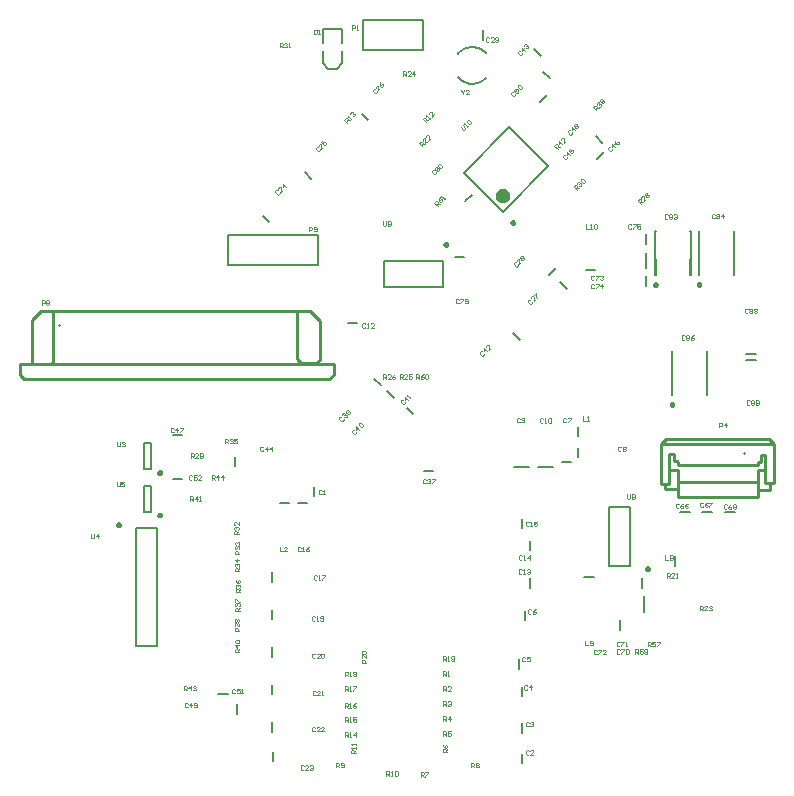
<source format=gto>
%FSDAX23Y23*%
%MOIN*%
%SFA1B1*%

%IPPOS*%
%ADD27C,0.010000*%
%ADD57C,0.007900*%
%ADD58C,0.009800*%
%ADD59C,0.023600*%
%ADD60C,0.003000*%
%LNde-020717-1*%
%LPD*%
G54D27*
X04396Y02439D02*
X04397D01*
X04176Y02292D02*
Y02316D01*
X04177Y02291D02*
X04441D01*
Y02315*
X04131Y02316D02*
Y02330D01*
Y02316D02*
X04176D01*
Y02342*
X04441D02*
X04442Y02343D01*
X04441Y02315D02*
Y02342D01*
Y02315D02*
X04484D01*
Y02330*
X04148Y02381D02*
X04176D01*
Y02342D02*
Y02381D01*
Y02342D02*
X04442D01*
Y02382*
X04461*
X04119Y02467D02*
X04496D01*
X04479Y02484D02*
X04496Y02467D01*
Y02466D02*
Y02467D01*
Y02336D02*
Y02466D01*
X04466Y02336D02*
X04496D01*
X04466D02*
Y02432D01*
X04452D02*
X04466D01*
X04452Y02409D02*
Y02432D01*
X04441Y02409D02*
X04452D01*
X04441Y02399D02*
Y02409D01*
X04440Y02398D02*
X04441Y02399D01*
X04175Y02398D02*
X04440D01*
X04175D02*
Y02408D01*
X04173Y02410D02*
X04175Y02408D01*
X04162Y02410D02*
X04173D01*
X04162D02*
Y02433D01*
X04145D02*
X04162D01*
X04145Y02333D02*
Y02433D01*
X04121Y02333D02*
X04145D01*
X04119Y02335D02*
X04121Y02333D01*
X04119Y02335D02*
Y02467D01*
X04136Y02484*
X04479*
X03028Y02699D02*
Y02735D01*
X03013Y02684D02*
X03028Y02699D01*
X01997Y02684D02*
X03013D01*
X01984Y02697D02*
X01997Y02684D01*
X01984Y02697D02*
Y02735D01*
X03028*
X02907Y02752D02*
Y02911D01*
Y02752D02*
X02920Y02739D01*
X02971*
X02982Y02750*
Y02878*
X02949Y02911D02*
X02982Y02878D01*
X02094Y02743D02*
Y02911D01*
X02086Y02735D02*
X02094Y02743D01*
X02027Y02735D02*
X02086D01*
X02021Y02741D02*
X02027Y02735D01*
X02021Y02741D02*
Y02880D01*
X02052Y02911*
X02949*
X02114Y02863D02*
Y02864D01*
G54D57*
X03443Y03690D02*
D01*
X03446Y03687*
X03449Y03684*
X03452Y03681*
X03456Y03679*
X03459Y03676*
X03463Y03674*
X03467Y03673*
X03471Y03671*
X03475Y03670*
X03479Y03669*
X03484Y03669*
X03488Y03669*
X03492Y03669*
X03496Y03669*
X03501Y03670*
X03505Y03670*
X03509Y03672*
X03513Y03673*
X03517Y03675*
X03520Y03677*
X03524Y03679*
X03527Y03682*
X03531Y03685*
X03534Y03687*
X03535Y03689*
X03535Y03770D02*
D01*
X03532Y03773*
X03529Y03776*
X03526Y03778*
X03522Y03781*
X03518Y03783*
X03515Y03785*
X03511Y03787*
X03507Y03788*
X03503Y03789*
X03498Y03790*
X03494Y03790*
X03490Y03791*
X03486Y03790*
X03481Y03790*
X03477Y03789*
X03473Y03788*
X03469Y03787*
X03465Y03786*
X03461Y03784*
X03457Y03782*
X03454Y03779*
X03451Y03777*
X03447Y03774*
X03444Y03771*
X03443Y03769*
X03869Y03048D02*
X03900D01*
X03864Y02025D02*
X03895D01*
X04167Y02093D02*
Y02061D01*
X02849Y02271D02*
X02880D01*
X03843Y02494D02*
Y02525D01*
X03056Y03736D02*
Y03776D01*
X02993Y03736D02*
X03009Y03717D01*
X03040D02*
X03056Y03736D01*
X02993D02*
Y03776D01*
X03009Y03717D02*
X03040D01*
X02993Y03851D02*
X03056D01*
Y03803D02*
Y03851D01*
X02993Y03803D02*
Y03851D01*
X03591Y03240D02*
X03744Y03393D01*
X03461Y03370D02*
X03614Y03523D01*
X03461Y03370D02*
X03591Y03240D01*
X03614Y03523D02*
X03744Y03393D01*
X03195Y02991D02*
Y03078D01*
X03392D02*
Y02991D01*
X03195D02*
X03392D01*
X03195Y03078D02*
X03392D01*
X03945Y02258D02*
X04015D01*
X03945Y02061D02*
X04015D01*
X03945D02*
Y02258D01*
X04015Y02061D02*
Y02258D01*
X02397Y02242D02*
X02420D01*
X02397Y02329D02*
X02420D01*
Y02242D02*
Y02329D01*
X02397Y02242D02*
Y02329D01*
X02370Y01793D02*
X02440D01*
X02370Y02186D02*
X02440D01*
Y01793D02*
Y02186D01*
X02370Y01793D02*
Y02186D01*
X02397Y02383D02*
X02420D01*
X02397Y02470D02*
X02420D01*
Y02383*
X02397D02*
Y02470D01*
X02675Y03165D02*
X02975D01*
X02675Y03065D02*
Y03165D01*
Y03065D02*
X02975D01*
Y03165*
X03125Y03880D02*
X03325D01*
X03125Y03780D02*
Y03880D01*
Y03780D02*
X03325D01*
Y03880*
X04404Y02748D02*
X04435D01*
X04404Y02768D02*
X04435D01*
X04157Y02632D02*
Y02685D01*
X04155Y02777D02*
X04157D01*
X04272Y02685D02*
Y02632D01*
Y02777D02*
X04274D01*
X04155Y02632D02*
Y02777D01*
X04274Y02632D02*
Y02777D01*
X04247Y03032D02*
Y03085D01*
X04245Y03177D02*
X04247D01*
X04362Y03032D02*
Y03085D01*
Y03177D02*
X04364D01*
X04245Y03032D02*
Y03177D01*
X04364Y03032D02*
Y03177D01*
X04102Y03032D02*
Y03085D01*
X04100Y03177D02*
X04102D01*
X04217Y03085D02*
Y03032D01*
Y03177D02*
X04219D01*
X04100Y03032D02*
Y03177D01*
X04219D02*
Y03032D01*
X03466Y03276D02*
X03488Y03298D01*
X03431Y03092D02*
X03462D01*
X04069Y03134D02*
Y03166D01*
Y03026D02*
Y02995D01*
Y03054D02*
Y03105D01*
X03981Y01849D02*
Y01880D01*
X04056Y01989D02*
Y02020D01*
X04064Y01960D02*
Y01909D01*
X04334Y02241D02*
X04365D01*
X04184D02*
X04215D01*
X02493Y02352D02*
X02524D01*
X02644Y01634D02*
X02675D01*
X03727Y03709D02*
X03749Y03687D01*
X02706Y01569D02*
Y01600D01*
X03715Y03609D02*
X03738Y03632D01*
X02493Y02497D02*
X02524D01*
X03906Y03419D02*
X03929Y03441D01*
X03901Y03493D02*
X03923Y03471D01*
X02698Y02394D02*
Y02425D01*
X03696Y03783D02*
X03718Y03761D01*
X03626Y02836D02*
X03648Y02814D01*
X03271Y02588D02*
X03293Y02566D01*
X03206Y02643D02*
X03228Y02621D01*
X03164Y02685D02*
X03186Y02663D01*
X03328Y02376D02*
X03359D01*
X03525Y03815D02*
Y03846D01*
X03746Y03031D02*
X03768Y03053D01*
X03784Y03007D02*
X03807Y02984D01*
X03121Y03568D02*
X03143Y03546D01*
X02931Y03373D02*
X02953Y03351D01*
X02791Y03228D02*
X02813Y03206D01*
X02825Y01411D02*
Y01442D01*
X02823Y01509D02*
Y01540D01*
Y01634D02*
Y01665D01*
Y01759D02*
Y01790D01*
Y01884D02*
Y01915D01*
Y02009D02*
Y02040D01*
X02909Y02271D02*
X02940D01*
X03656Y02186D02*
Y02218D01*
X03681Y02114D02*
Y02145D01*
Y01989D02*
Y02020D01*
X03076Y02870D02*
X03107D01*
X03709Y02390D02*
X03760D01*
X03629D02*
X03680D01*
X03843Y02424D02*
Y02455D01*
X03789Y02408D02*
X03820D01*
X03666Y01881D02*
Y01912D01*
X03646Y01719D02*
Y01750D01*
X03656Y01627D02*
Y01658D01*
Y01505D02*
Y01537D01*
Y01404D02*
Y01435D01*
X02961Y02294D02*
Y02325D01*
X04257Y02241D02*
X04288D01*
G54D58*
X03630Y03205D02*
D01*
X03630Y03205*
X03630Y03206*
X03630Y03206*
X03630Y03206*
X03630Y03207*
X03630Y03207*
X03629Y03207*
X03629Y03208*
X03629Y03208*
X03629Y03208*
X03629Y03209*
X03628Y03209*
X03628Y03209*
X03628Y03209*
X03628Y03209*
X03627Y03210*
X03627Y03210*
X03627Y03210*
X03626Y03210*
X03626Y03210*
X03626Y03210*
X03625Y03210*
X03625*
X03625Y03210*
X03624Y03210*
X03624Y03210*
X03624Y03210*
X03623Y03210*
X03623Y03210*
X03623Y03209*
X03622Y03209*
X03622Y03209*
X03622Y03209*
X03622Y03209*
X03621Y03208*
X03621Y03208*
X03621Y03208*
X03621Y03207*
X03621Y03207*
X03620Y03207*
X03620Y03206*
X03620Y03206*
X03620Y03206*
X03620Y03205*
X03620Y03205*
X03620Y03205*
X03620Y03204*
X03620Y03204*
X03620Y03204*
X03620Y03203*
X03621Y03203*
X03621Y03203*
X03621Y03203*
X03621Y03202*
X03621Y03202*
X03622Y03202*
X03622Y03201*
X03622Y03201*
X03622Y03201*
X03623Y03201*
X03623Y03201*
X03623Y03201*
X03624Y03200*
X03624Y03200*
X03624Y03200*
X03625Y03200*
X03625Y03200*
X03625*
X03626Y03200*
X03626Y03200*
X03626Y03200*
X03627Y03200*
X03627Y03201*
X03627Y03201*
X03628Y03201*
X03628Y03201*
X03628Y03201*
X03628Y03201*
X03629Y03202*
X03629Y03202*
X03629Y03202*
X03629Y03203*
X03629Y03203*
X03630Y03203*
X03630Y03203*
X03630Y03204*
X03630Y03204*
X03630Y03204*
X03630Y03205*
X03630Y03205*
X03407Y03133D02*
D01*
X03407Y03133*
X03407Y03134*
X03407Y03134*
X03407Y03134*
X03407Y03135*
X03407Y03135*
X03406Y03135*
X03406Y03135*
X03406Y03136*
X03406Y03136*
X03406Y03136*
X03405Y03137*
X03405Y03137*
X03405Y03137*
X03405Y03137*
X03404Y03137*
X03404Y03137*
X03404Y03138*
X03403Y03138*
X03403Y03138*
X03403Y03138*
X03402Y03138*
X03402*
X03402Y03138*
X03401Y03138*
X03401Y03138*
X03401Y03138*
X03400Y03137*
X03400Y03137*
X03400Y03137*
X03399Y03137*
X03399Y03137*
X03399Y03137*
X03399Y03136*
X03398Y03136*
X03398Y03136*
X03398Y03135*
X03398Y03135*
X03398Y03135*
X03397Y03135*
X03397Y03134*
X03397Y03134*
X03397Y03134*
X03397Y03133*
X03397Y03133*
X03397Y03133*
X03397Y03132*
X03397Y03132*
X03397Y03132*
X03397Y03131*
X03398Y03131*
X03398Y03131*
X03398Y03130*
X03398Y03130*
X03398Y03130*
X03399Y03129*
X03399Y03129*
X03399Y03129*
X03399Y03129*
X03400Y03129*
X03400Y03128*
X03400Y03128*
X03401Y03128*
X03401Y03128*
X03401Y03128*
X03402Y03128*
X03402Y03128*
X03402*
X03403Y03128*
X03403Y03128*
X03403Y03128*
X03404Y03128*
X03404Y03128*
X03404Y03128*
X03405Y03129*
X03405Y03129*
X03405Y03129*
X03405Y03129*
X03406Y03129*
X03406Y03130*
X03406Y03130*
X03406Y03130*
X03406Y03131*
X03407Y03131*
X03407Y03131*
X03407Y03132*
X03407Y03132*
X03407Y03132*
X03407Y03133*
X03407Y03133*
X04079Y02051D02*
D01*
X04079Y02051*
X04079Y02052*
X04079Y02052*
X04079Y02052*
X04079Y02053*
X04079Y02053*
X04079Y02053*
X04079Y02054*
X04078Y02054*
X04078Y02054*
X04078Y02054*
X04078Y02055*
X04078Y02055*
X04077Y02055*
X04077Y02055*
X04077Y02055*
X04076Y02056*
X04076Y02056*
X04076Y02056*
X04075Y02056*
X04075Y02056*
X04075Y02056*
X04074*
X04074Y02056*
X04074Y02056*
X04073Y02056*
X04073Y02056*
X04073Y02056*
X04072Y02055*
X04072Y02055*
X04072Y02055*
X04071Y02055*
X04071Y02055*
X04071Y02054*
X04071Y02054*
X04071Y02054*
X04070Y02054*
X04070Y02053*
X04070Y02053*
X04070Y02053*
X04070Y02052*
X04070Y02052*
X04070Y02052*
X04070Y02051*
X04070Y02051*
X04070Y02051*
X04070Y02050*
X04070Y02050*
X04070Y02050*
X04070Y02049*
X04070Y02049*
X04070Y02049*
X04070Y02048*
X04071Y02048*
X04071Y02048*
X04071Y02048*
X04071Y02047*
X04071Y02047*
X04072Y02047*
X04072Y02047*
X04072Y02047*
X04073Y02046*
X04073Y02046*
X04073Y02046*
X04074Y02046*
X04074Y02046*
X04074Y02046*
X04075*
X04075Y02046*
X04075Y02046*
X04076Y02046*
X04076Y02046*
X04076Y02046*
X04077Y02047*
X04077Y02047*
X04077Y02047*
X04078Y02047*
X04078Y02047*
X04078Y02048*
X04078Y02048*
X04078Y02048*
X04079Y02048*
X04079Y02049*
X04079Y02049*
X04079Y02049*
X04079Y02050*
X04079Y02050*
X04079Y02050*
X04079Y02051*
X04079Y02051*
X02454Y02230D02*
D01*
X02454Y02231*
X02454Y02231*
X02454Y02231*
X02454Y02232*
X02454Y02232*
X02453Y02232*
X02453Y02233*
X02453Y02233*
X02453Y02233*
X02453Y02234*
X02452Y02234*
X02452Y02234*
X02452Y02234*
X02452Y02234*
X02451Y02235*
X02451Y02235*
X02451Y02235*
X02450Y02235*
X02450Y02235*
X02450Y02235*
X02449Y02235*
X02449Y02235*
X02449*
X02448Y02235*
X02448Y02235*
X02448Y02235*
X02447Y02235*
X02447Y02235*
X02447Y02235*
X02446Y02235*
X02446Y02234*
X02446Y02234*
X02446Y02234*
X02445Y02234*
X02445Y02234*
X02445Y02233*
X02445Y02233*
X02445Y02233*
X02444Y02232*
X02444Y02232*
X02444Y02232*
X02444Y02231*
X02444Y02231*
X02444Y02231*
X02444Y02230*
X02444Y02230*
X02444Y02230*
X02444Y02229*
X02444Y02229*
X02444Y02229*
X02444Y02228*
X02445Y02228*
X02445Y02228*
X02445Y02228*
X02445Y02227*
X02445Y02227*
X02446Y02227*
X02446Y02227*
X02446Y02226*
X02446Y02226*
X02447Y02226*
X02447Y02226*
X02447Y02226*
X02448Y02226*
X02448Y02226*
X02448Y02226*
X02449Y02226*
X02449*
X02449Y02226*
X02450Y02226*
X02450Y02226*
X02450Y02226*
X02451Y02226*
X02451Y02226*
X02451Y02226*
X02452Y02226*
X02452Y02227*
X02452Y02227*
X02452Y02227*
X02453Y02227*
X02453Y02228*
X02453Y02228*
X02453Y02228*
X02453Y02228*
X02454Y02229*
X02454Y02229*
X02454Y02229*
X02454Y02230*
X02454Y02230*
X02454Y02230*
X02315Y02198D02*
D01*
X02315Y02198*
X02315Y02199*
X02315Y02199*
X02315Y02199*
X02315Y02200*
X02315Y02200*
X02315Y02200*
X02315Y02201*
X02314Y02201*
X02314Y02201*
X02314Y02201*
X02314Y02202*
X02314Y02202*
X02313Y02202*
X02313Y02202*
X02313Y02202*
X02312Y02203*
X02312Y02203*
X02312Y02203*
X02311Y02203*
X02311Y02203*
X02311Y02203*
X02310*
X02310Y02203*
X02310Y02203*
X02309Y02203*
X02309Y02203*
X02309Y02203*
X02308Y02202*
X02308Y02202*
X02308Y02202*
X02307Y02202*
X02307Y02202*
X02307Y02201*
X02307Y02201*
X02307Y02201*
X02306Y02201*
X02306Y02200*
X02306Y02200*
X02306Y02200*
X02306Y02199*
X02306Y02199*
X02306Y02199*
X02306Y02198*
X02306Y02198*
X02306Y02198*
X02306Y02197*
X02306Y02197*
X02306Y02197*
X02306Y02196*
X02306Y02196*
X02306Y02196*
X02306Y02195*
X02307Y02195*
X02307Y02195*
X02307Y02195*
X02307Y02194*
X02307Y02194*
X02308Y02194*
X02308Y02194*
X02308Y02194*
X02309Y02193*
X02309Y02193*
X02309Y02193*
X02310Y02193*
X02310Y02193*
X02310Y02193*
X02311*
X02311Y02193*
X02311Y02193*
X02312Y02193*
X02312Y02193*
X02312Y02193*
X02313Y02194*
X02313Y02194*
X02313Y02194*
X02314Y02194*
X02314Y02194*
X02314Y02195*
X02314Y02195*
X02314Y02195*
X02315Y02195*
X02315Y02196*
X02315Y02196*
X02315Y02196*
X02315Y02197*
X02315Y02197*
X02315Y02197*
X02315Y02198*
X02315Y02198*
X02454Y02371D02*
D01*
X02454Y02372*
X02454Y02372*
X02454Y02372*
X02454Y02373*
X02454Y02373*
X02453Y02373*
X02453Y02374*
X02453Y02374*
X02453Y02374*
X02453Y02375*
X02452Y02375*
X02452Y02375*
X02452Y02375*
X02452Y02375*
X02451Y02376*
X02451Y02376*
X02451Y02376*
X02450Y02376*
X02450Y02376*
X02450Y02376*
X02449Y02376*
X02449Y02376*
X02449*
X02448Y02376*
X02448Y02376*
X02448Y02376*
X02447Y02376*
X02447Y02376*
X02447Y02376*
X02446Y02376*
X02446Y02375*
X02446Y02375*
X02446Y02375*
X02445Y02375*
X02445Y02375*
X02445Y02374*
X02445Y02374*
X02445Y02374*
X02444Y02373*
X02444Y02373*
X02444Y02373*
X02444Y02372*
X02444Y02372*
X02444Y02372*
X02444Y02371*
X02444Y02371*
X02444Y02371*
X02444Y02370*
X02444Y02370*
X02444Y02370*
X02444Y02369*
X02445Y02369*
X02445Y02369*
X02445Y02369*
X02445Y02368*
X02445Y02368*
X02446Y02368*
X02446Y02368*
X02446Y02367*
X02446Y02367*
X02447Y02367*
X02447Y02367*
X02447Y02367*
X02448Y02367*
X02448Y02367*
X02448Y02367*
X02449Y02367*
X02449*
X02449Y02367*
X02450Y02367*
X02450Y02367*
X02450Y02367*
X02451Y02367*
X02451Y02367*
X02451Y02367*
X02452Y02367*
X02452Y02368*
X02452Y02368*
X02452Y02368*
X02453Y02368*
X02453Y02369*
X02453Y02369*
X02453Y02369*
X02453Y02369*
X02454Y02370*
X02454Y02370*
X02454Y02370*
X02454Y02371*
X02454Y02371*
X02454Y02371*
X04160Y02598D02*
D01*
X04160Y02599*
X04160Y02599*
X04160Y02599*
X04160Y02600*
X04160Y02600*
X04160Y02600*
X04160Y02601*
X04160Y02601*
X04159Y02601*
X04159Y02601*
X04159Y02602*
X04159Y02602*
X04159Y02602*
X04158Y02602*
X04158Y02602*
X04158Y02603*
X04157Y02603*
X04157Y02603*
X04157Y02603*
X04156Y02603*
X04156Y02603*
X04156Y02603*
X04155*
X04155Y02603*
X04155Y02603*
X04154Y02603*
X04154Y02603*
X04154Y02603*
X04153Y02603*
X04153Y02602*
X04153Y02602*
X04152Y02602*
X04152Y02602*
X04152Y02602*
X04152Y02601*
X04152Y02601*
X04151Y02601*
X04151Y02601*
X04151Y02600*
X04151Y02600*
X04151Y02600*
X04151Y02599*
X04151Y02599*
X04151Y02599*
X04151Y02598*
X04151Y02598*
X04151Y02598*
X04151Y02597*
X04151Y02597*
X04151Y02597*
X04151Y02596*
X04151Y02596*
X04151Y02596*
X04152Y02595*
X04152Y02595*
X04152Y02595*
X04152Y02595*
X04152Y02594*
X04153Y02594*
X04153Y02594*
X04153Y02594*
X04154Y02594*
X04154Y02594*
X04154Y02593*
X04155Y02593*
X04155Y02593*
X04155Y02593*
X04156*
X04156Y02593*
X04156Y02593*
X04157Y02593*
X04157Y02594*
X04157Y02594*
X04158Y02594*
X04158Y02594*
X04158Y02594*
X04159Y02594*
X04159Y02595*
X04159Y02595*
X04159Y02595*
X04159Y02595*
X04160Y02596*
X04160Y02596*
X04160Y02596*
X04160Y02597*
X04160Y02597*
X04160Y02597*
X04160Y02598*
X04160Y02598*
X04160Y02598*
X04250Y02998D02*
D01*
X04250Y02999*
X04250Y02999*
X04250Y02999*
X04250Y03000*
X04250Y03000*
X04250Y03000*
X04250Y03001*
X04250Y03001*
X04249Y03001*
X04249Y03001*
X04249Y03002*
X04249Y03002*
X04249Y03002*
X04248Y03002*
X04248Y03002*
X04248Y03003*
X04247Y03003*
X04247Y03003*
X04247Y03003*
X04246Y03003*
X04246Y03003*
X04246Y03003*
X04245*
X04245Y03003*
X04245Y03003*
X04244Y03003*
X04244Y03003*
X04244Y03003*
X04243Y03003*
X04243Y03002*
X04243Y03002*
X04242Y03002*
X04242Y03002*
X04242Y03002*
X04242Y03001*
X04242Y03001*
X04241Y03001*
X04241Y03001*
X04241Y03000*
X04241Y03000*
X04241Y03000*
X04241Y02999*
X04241Y02999*
X04241Y02999*
X04241Y02998*
X04241Y02998*
X04241Y02998*
X04241Y02997*
X04241Y02997*
X04241Y02997*
X04241Y02996*
X04241Y02996*
X04241Y02996*
X04242Y02995*
X04242Y02995*
X04242Y02995*
X04242Y02995*
X04242Y02994*
X04243Y02994*
X04243Y02994*
X04243Y02994*
X04244Y02994*
X04244Y02994*
X04244Y02993*
X04245Y02993*
X04245Y02993*
X04245Y02993*
X04246*
X04246Y02993*
X04246Y02993*
X04247Y02993*
X04247Y02994*
X04247Y02994*
X04248Y02994*
X04248Y02994*
X04248Y02994*
X04249Y02994*
X04249Y02995*
X04249Y02995*
X04249Y02995*
X04249Y02995*
X04250Y02996*
X04250Y02996*
X04250Y02996*
X04250Y02997*
X04250Y02997*
X04250Y02997*
X04250Y02998*
X04250Y02998*
X04250Y02998*
X04105D02*
D01*
X04105Y02999*
X04105Y02999*
X04105Y02999*
X04105Y03000*
X04105Y03000*
X04105Y03000*
X04105Y03001*
X04105Y03001*
X04104Y03001*
X04104Y03001*
X04104Y03002*
X04104Y03002*
X04104Y03002*
X04103Y03002*
X04103Y03002*
X04103Y03003*
X04102Y03003*
X04102Y03003*
X04102Y03003*
X04101Y03003*
X04101Y03003*
X04101Y03003*
X04100*
X04100Y03003*
X04100Y03003*
X04099Y03003*
X04099Y03003*
X04099Y03003*
X04098Y03003*
X04098Y03002*
X04098Y03002*
X04097Y03002*
X04097Y03002*
X04097Y03002*
X04097Y03001*
X04097Y03001*
X04096Y03001*
X04096Y03001*
X04096Y03000*
X04096Y03000*
X04096Y03000*
X04096Y02999*
X04096Y02999*
X04096Y02999*
X04096Y02998*
X04096Y02998*
X04096Y02998*
X04096Y02997*
X04096Y02997*
X04096Y02997*
X04096Y02996*
X04096Y02996*
X04096Y02996*
X04097Y02995*
X04097Y02995*
X04097Y02995*
X04097Y02995*
X04097Y02994*
X04098Y02994*
X04098Y02994*
X04098Y02994*
X04099Y02994*
X04099Y02994*
X04099Y02993*
X04100Y02993*
X04100Y02993*
X04100Y02993*
X04101*
X04101Y02993*
X04101Y02993*
X04102Y02993*
X04102Y02994*
X04102Y02994*
X04103Y02994*
X04103Y02994*
X04103Y02994*
X04104Y02994*
X04104Y02995*
X04104Y02995*
X04104Y02995*
X04104Y02995*
X04105Y02996*
X04105Y02996*
X04105Y02996*
X04105Y02997*
X04105Y02997*
X04105Y02997*
X04105Y02998*
X04105Y02998*
X04105Y02998*
G54D59*
X03602Y03296D02*
D01*
X03602Y03297*
X03602Y03297*
X03602Y03298*
X03602Y03299*
X03602Y03300*
X03601Y03300*
X03601Y03301*
X03601Y03302*
X03600Y03303*
X03600Y03303*
X03599Y03304*
X03598Y03304*
X03598Y03305*
X03597Y03305*
X03596Y03306*
X03596Y03306*
X03595Y03307*
X03594Y03307*
X03593Y03307*
X03593Y03307*
X03592Y03307*
X03591Y03307*
X03590*
X03589Y03307*
X03588Y03307*
X03588Y03307*
X03587Y03307*
X03586Y03307*
X03585Y03306*
X03585Y03306*
X03584Y03305*
X03583Y03305*
X03583Y03304*
X03582Y03304*
X03581Y03303*
X03581Y03303*
X03580Y03302*
X03580Y03301*
X03580Y03300*
X03579Y03300*
X03579Y03299*
X03579Y03298*
X03579Y03297*
X03579Y03297*
X03579Y03296*
X03579Y03295*
X03579Y03294*
X03579Y03293*
X03579Y03292*
X03579Y03292*
X03580Y03291*
X03580Y03290*
X03580Y03289*
X03581Y03289*
X03581Y03288*
X03582Y03288*
X03583Y03287*
X03583Y03286*
X03584Y03286*
X03585Y03285*
X03585Y03285*
X03586Y03285*
X03587Y03284*
X03588Y03284*
X03588Y03284*
X03589Y03284*
X03590Y03284*
X03591*
X03592Y03284*
X03593Y03284*
X03593Y03284*
X03594Y03284*
X03595Y03285*
X03596Y03285*
X03596Y03285*
X03597Y03286*
X03598Y03286*
X03598Y03287*
X03599Y03288*
X03600Y03288*
X03600Y03289*
X03601Y03289*
X03601Y03290*
X03601Y03291*
X03602Y03292*
X03602Y03292*
X03602Y03293*
X03602Y03294*
X03602Y03295*
X03602Y03296*
G54D60*
X02988Y02312D02*
X02985Y02315D01*
X02980*
X02978Y02312*
Y02302*
X02980Y02300*
X02985*
X02988Y02302*
X02993Y02300D02*
X02998D01*
X02995*
Y02315*
X02993Y02312*
X03679Y01444D02*
X03676Y01447D01*
X03671*
X03669Y01444*
Y01434*
X03671Y01432*
X03676*
X03679Y01434*
X03694Y01432D02*
X03684D01*
X03694Y01442*
Y01444*
X03691Y01447*
X03686*
X03684Y01444*
X03679Y01539D02*
X03676Y01542D01*
X03671*
X03669Y01539*
Y01529*
X03671Y01527*
X03676*
X03679Y01529*
X03684Y01539D02*
X03686Y01542D01*
X03691*
X03694Y01539*
Y01537*
X03691Y01534*
X03689*
X03691*
X03694Y01532*
Y01529*
X03691Y01527*
X03686*
X03684Y01529*
X03674Y01661D02*
X03671Y01664D01*
X03666*
X03664Y01661*
Y01651*
X03666Y01649*
X03671*
X03674Y01651*
X03686Y01649D02*
Y01664D01*
X03679Y01656*
X03689*
X03667Y01755D02*
X03664Y01758D01*
X03659*
X03657Y01755*
Y01745*
X03659Y01743*
X03664*
X03667Y01745*
X03682Y01758D02*
X03672D01*
Y01750*
X03677Y01753*
X03679*
X03682Y01750*
Y01745*
X03679Y01743*
X03674*
X03672Y01745*
X03687Y01913D02*
X03684Y01916D01*
X03679*
X03677Y01913*
Y01903*
X03679Y01901*
X03684*
X03687Y01903*
X03702Y01916D02*
X03697Y01913D01*
X03692Y01908*
Y01903*
X03694Y01901*
X03699*
X03702Y01903*
Y01906*
X03699Y01908*
X03692*
X03803Y02552D02*
X03800Y02555D01*
X03795*
X03793Y02552*
Y02542*
X03795Y02540*
X03800*
X03803Y02542*
X03808Y02555D02*
X03818D01*
Y02552*
X03808Y02542*
Y02540*
X03987Y02456D02*
X03984Y02459D01*
X03979*
X03977Y02456*
Y02446*
X03979Y02444*
X03984*
X03987Y02446*
X03992Y02456D02*
X03994Y02459D01*
X03999*
X04002Y02456*
Y02454*
X03999Y02451*
X04002Y02449*
Y02446*
X03999Y02444*
X03994*
X03992Y02446*
Y02449*
X03994Y02451*
X03992Y02454*
Y02456*
X03994Y02451D02*
X03999D01*
X03649Y02552D02*
X03646Y02555D01*
X03641*
X03639Y02552*
Y02542*
X03641Y02540*
X03646*
X03649Y02542*
X03654D02*
X03656Y02540D01*
X03661*
X03664Y02542*
Y02552*
X03661Y02555*
X03656*
X03654Y02552*
Y02550*
X03656Y02547*
X03664*
X03726Y02551D02*
X03723Y02554D01*
X03718*
X03716Y02551*
Y02541*
X03718Y02539*
X03723*
X03726Y02541*
X03731Y02539D02*
X03736D01*
X03733*
Y02554*
X03731Y02551*
X03743D02*
X03746Y02554D01*
X03751*
X03753Y02551*
Y02541*
X03751Y02539*
X03746*
X03743Y02541*
Y02551*
X03134Y02867D02*
X03131Y02870D01*
X03126*
X03124Y02867*
Y02857*
X03126Y02855*
X03131*
X03134Y02857*
X03139Y02855D02*
X03144D01*
X03141*
Y02870*
X03139Y02867*
X03161Y02855D02*
X03151D01*
X03161Y02865*
Y02867*
X03159Y02870*
X03154*
X03151Y02867*
X03655Y02047D02*
X03652Y02050D01*
X03647*
X03645Y02047*
Y02037*
X03647Y02035*
X03652*
X03655Y02037*
X03660Y02035D02*
X03665D01*
X03662*
Y02050*
X03660Y02047*
X03672D02*
X03675Y02050D01*
X03680*
X03682Y02047*
Y02045*
X03680Y02042*
X03677*
X03680*
X03682Y02040*
Y02037*
X03680Y02035*
X03675*
X03672Y02037*
X03656Y02094D02*
X03653Y02097D01*
X03648*
X03646Y02094*
Y02084*
X03648Y02082*
X03653*
X03656Y02084*
X03661Y02082D02*
X03666D01*
X03663*
Y02097*
X03661Y02094*
X03681Y02082D02*
Y02097D01*
X03673Y02089*
X03683*
X03679Y02206D02*
X03676Y02209D01*
X03671*
X03669Y02206*
Y02196*
X03671Y02194*
X03676*
X03679Y02196*
X03684Y02194D02*
X03689D01*
X03686*
Y02209*
X03684Y02206*
X03706Y02209D02*
X03696D01*
Y02201*
X03701Y02204*
X03704*
X03706Y02201*
Y02196*
X03704Y02194*
X03699*
X03696Y02196*
X02918Y02122D02*
X02915Y02125D01*
X02910*
X02908Y02122*
Y02112*
X02910Y02110*
X02915*
X02918Y02112*
X02923Y02110D02*
X02928D01*
X02925*
Y02125*
X02923Y02122*
X02945Y02125D02*
X02940Y02122D01*
X02935Y02117*
Y02112*
X02938Y02110*
X02943*
X02945Y02112*
Y02115*
X02943Y02117*
X02935*
X02973Y02027D02*
X02970Y02030D01*
X02965*
X02963Y02027*
Y02017*
X02965Y02015*
X02970*
X02973Y02017*
X02978Y02015D02*
X02983D01*
X02980*
Y02030*
X02978Y02027*
X02990Y02030D02*
X03000D01*
Y02027*
X02990Y02017*
Y02015*
X02967Y01891D02*
X02964Y01894D01*
X02959*
X02957Y01891*
Y01881*
X02959Y01879*
X02964*
X02967Y01881*
X02972Y01879D02*
X02977D01*
X02974*
Y01894*
X02972Y01891*
X02984Y01881D02*
X02987Y01879D01*
X02992*
X02994Y01881*
Y01891*
X02992Y01894*
X02987*
X02984Y01891*
Y01889*
X02987Y01886*
X02994*
X02967Y01766D02*
X02964Y01769D01*
X02959*
X02957Y01766*
Y01756*
X02959Y01754*
X02964*
X02967Y01756*
X02982Y01754D02*
X02972D01*
X02982Y01764*
Y01766*
X02979Y01769*
X02974*
X02972Y01766*
X02987D02*
X02989Y01769D01*
X02994*
X02997Y01766*
Y01756*
X02994Y01754*
X02989*
X02987Y01756*
Y01766*
X02968Y01642D02*
X02965Y01645D01*
X02960*
X02958Y01642*
Y01632*
X02960Y01630*
X02965*
X02968Y01632*
X02983Y01630D02*
X02973D01*
X02983Y01640*
Y01642*
X02980Y01645*
X02975*
X02973Y01642*
X02988Y01630D02*
X02993D01*
X02990*
Y01645*
X02988Y01642*
X02966Y01522D02*
X02963Y01525D01*
X02958*
X02956Y01522*
Y01512*
X02958Y01510*
X02963*
X02966Y01512*
X02981Y01510D02*
X02971D01*
X02981Y01520*
Y01522*
X02978Y01525*
X02973*
X02971Y01522*
X02996Y01510D02*
X02986D01*
X02996Y01520*
Y01522*
X02993Y01525*
X02988*
X02986Y01522*
X02928Y01393D02*
X02925Y01396D01*
X02920*
X02918Y01393*
Y01383*
X02920Y01381*
X02925*
X02928Y01383*
X02943Y01381D02*
X02933D01*
X02943Y01391*
Y01393*
X02940Y01396*
X02935*
X02933Y01393*
X02948D02*
X02950Y01396D01*
X02955*
X02958Y01393*
Y01391*
X02955Y01388*
X02953*
X02955*
X02958Y01386*
Y01383*
X02955Y01381*
X02950*
X02948Y01383*
X02841Y03313D02*
X02837D01*
X02834Y03310*
Y03306*
X02841Y03299*
X02844*
X02848Y03303*
Y03306*
X02860Y03315D02*
X02853Y03308D01*
Y03322*
X02851Y03324*
X02848*
X02844Y03321*
Y03317*
X02869Y03324D02*
X02858Y03335D01*
Y03324*
X02866Y03331*
X02975Y03457D02*
X02971D01*
X02968Y03454*
Y03450*
X02975Y03443*
X02978*
X02982Y03447*
Y03450*
X02994Y03459D02*
X02987Y03452D01*
Y03466*
X02985Y03468*
X02982*
X02978Y03465*
Y03461*
X02994Y03480D02*
X02987Y03473D01*
X02992Y03468*
X02994Y03473*
X02996Y03475*
X03000*
X03003Y03472*
Y03468*
X03000Y03465*
X02996*
X03165Y03651D02*
X03161D01*
X03158Y03648*
Y03644*
X03165Y03637*
X03168*
X03172Y03641*
Y03644*
X03184Y03653D02*
X03177Y03646D01*
Y03660*
X03175Y03662*
X03172*
X03168Y03659*
Y03655*
X03184Y03674D02*
X03182Y03669D01*
Y03662*
X03186Y03659*
X03190*
X03193Y03662*
Y03666*
X03191Y03667*
X03188*
X03182Y03662*
X03683Y02949D02*
X03679D01*
X03676Y02946*
Y02942*
X03683Y02935*
X03686*
X03690Y02939*
Y02942*
X03702Y02951D02*
X03695Y02944D01*
Y02958*
X03693Y02960*
X03690*
X03686Y02957*
Y02953*
X03695Y02965D02*
X03702Y02972D01*
X03704Y02971*
Y02957*
X03706Y02955*
X03635Y03073D02*
X03631D01*
X03628Y03070*
Y03066*
X03635Y03059*
X03638*
X03642Y03063*
Y03066*
X03654Y03075D02*
X03647Y03068D01*
Y03082*
X03645Y03084*
X03642*
X03638Y03081*
Y03077*
X03649Y03088D02*
Y03091D01*
X03652Y03095*
X03656*
X03658Y03093*
Y03089*
X03661*
X03663Y03088*
Y03084*
X03660Y03081*
X03656*
X03654Y03082*
Y03086*
X03651*
X03649Y03088*
X03654Y03086D02*
X03658Y03089D01*
X03546Y03820D02*
X03543Y03823D01*
X03538*
X03536Y03820*
Y03810*
X03538Y03808*
X03543*
X03546Y03810*
X03561Y03808D02*
X03551D01*
X03561Y03818*
Y03820*
X03558Y03823*
X03553*
X03551Y03820*
X03566Y03810D02*
X03568Y03808D01*
X03573*
X03576Y03810*
Y03820*
X03573Y03823*
X03568*
X03566Y03820*
Y03818*
X03568Y03815*
X03576*
X03335Y02349D02*
X03333Y02351D01*
X03328*
X03325Y02349*
Y02339*
X03328Y02336*
X03333*
X03335Y02339*
X03340Y02349D02*
X03343Y02351D01*
X03348*
X03350Y02349*
Y02346*
X03348Y02344*
X03345*
X03348*
X03350Y02341*
Y02339*
X03348Y02336*
X03343*
X03340Y02339*
X03355Y02351D02*
X03365D01*
Y02349*
X03355Y02339*
Y02336*
X03054Y02559D02*
X03050D01*
X03047Y02556*
Y02552*
X03054Y02545*
X03057*
X03061Y02549*
Y02552*
X03057Y02563D02*
Y02567D01*
X03061Y02570*
X03064*
X03066Y02568*
Y02565*
X03064Y02563*
X03066Y02565*
X03070*
X03071Y02563*
Y02559*
X03068Y02556*
X03064*
X03075Y02567D02*
X03079D01*
X03082Y02570*
Y02574*
X03075Y02581*
X03071*
X03068Y02577*
Y02574*
X03070Y02572*
X03073*
X03079Y02577*
X03097Y02515D02*
X03093D01*
X03090Y02512*
Y02508*
X03097Y02501*
X03100*
X03104Y02505*
Y02508*
X03114Y02515D02*
X03104Y02526D01*
Y02515*
X03111Y02523*
Y02530D02*
Y02533D01*
X03114Y02537*
X03118*
X03125Y02530*
Y02526*
X03122Y02523*
X03118*
X03111Y02530*
X03258Y02614D02*
X03254D01*
X03251Y02611*
Y02607*
X03258Y02600*
X03261*
X03265Y02604*
Y02607*
X03275Y02614D02*
X03265Y02625D01*
Y02614*
X03272Y02622*
X03281Y02620D02*
X03284Y02623D01*
X03283Y02622*
X03272Y02632*
Y02629*
X03523Y02776D02*
X03519D01*
X03516Y02773*
Y02769*
X03523Y02762*
X03526*
X03530Y02766*
Y02769*
X03540Y02776D02*
X03530Y02787D01*
Y02776*
X03537Y02784*
X03553Y02789D02*
X03546Y02782D01*
Y02796*
X03544Y02798*
X03540*
X03537Y02794*
Y02791*
X03649Y03778D02*
X03645D01*
X03642Y03775*
Y03771*
X03649Y03764*
X03652*
X03656Y03768*
Y03771*
X03666Y03778D02*
X03656Y03789D01*
Y03778*
X03663Y03786*
Y03793D02*
Y03796D01*
X03666Y03800*
X03670*
X03672Y03798*
Y03794*
X03670Y03793*
X03672Y03794*
X03675*
X03677Y03793*
Y03789*
X03674Y03786*
X03670*
X02794Y02456D02*
X02791Y02459D01*
X02786*
X02784Y02456*
Y02446*
X02786Y02444*
X02791*
X02794Y02446*
X02806Y02444D02*
Y02459D01*
X02799Y02451*
X02809*
X02821Y02444D02*
Y02459D01*
X02814Y02451*
X02824*
X03799Y03431D02*
X03795D01*
X03792Y03428*
Y03424*
X03799Y03417*
X03802*
X03806Y03421*
Y03424*
X03816Y03431D02*
X03806Y03442D01*
Y03431*
X03813Y03439*
X03818Y03454D02*
X03811Y03447D01*
X03816Y03442*
X03818Y03447*
X03820Y03449*
X03824*
X03827Y03446*
Y03442*
X03824Y03439*
X03820*
X03950Y03458D02*
X03946D01*
X03943Y03455*
Y03451*
X03950Y03444*
X03953*
X03957Y03448*
Y03451*
X03967Y03458D02*
X03957Y03469D01*
Y03458*
X03964Y03466*
X03969Y03481D02*
X03967Y03476D01*
Y03469*
X03971Y03466*
X03975*
X03978Y03469*
Y03473*
X03976Y03474*
X03973*
X03967Y03469*
X02495Y02518D02*
X02492Y02521D01*
X02487*
X02485Y02518*
Y02508*
X02487Y02506*
X02492*
X02495Y02508*
X02507Y02506D02*
Y02521D01*
X02500Y02513*
X02510*
X02515Y02521D02*
X02525D01*
Y02518*
X02515Y02508*
Y02506*
X03815Y03513D02*
X03811D01*
X03808Y03510*
Y03506*
X03815Y03499*
X03818*
X03822Y03503*
Y03506*
X03832Y03513D02*
X03822Y03524D01*
Y03513*
X03829Y03521*
Y03528D02*
Y03531D01*
X03832Y03535*
X03836*
X03838Y03533*
Y03529*
X03841*
X03843Y03528*
Y03524*
X03840Y03521*
X03836*
X03834Y03522*
Y03526*
X03831*
X03829Y03528*
X03834Y03526D02*
X03838Y03529D01*
X02541Y01602D02*
X02538Y01605D01*
X02533*
X02531Y01602*
Y01592*
X02533Y01590*
X02538*
X02541Y01592*
X02553Y01590D02*
Y01605D01*
X02546Y01597*
X02556*
X02561Y01592D02*
X02563Y01590D01*
X02568*
X02571Y01592*
Y01602*
X02568Y01605*
X02563*
X02561Y01602*
Y01600*
X02563Y01597*
X02571*
X03627Y03642D02*
X03623D01*
X03620Y03639*
Y03635*
X03627Y03628*
X03630*
X03634Y03632*
Y03635*
X03636Y03655D02*
X03629Y03648D01*
X03634Y03642*
X03636Y03648*
X03637Y03650*
X03641*
X03644Y03646*
Y03642*
X03641Y03639*
X03637*
X03641Y03657D02*
Y03660D01*
X03644Y03664*
X03648*
X03655Y03657*
Y03653*
X03652Y03650*
X03648*
X03641Y03657*
X02700Y01649D02*
X02697Y01652D01*
X02692*
X02690Y01649*
Y01639*
X02692Y01637*
X02697*
X02700Y01639*
X02715Y01652D02*
X02705D01*
Y01644*
X02710Y01647*
X02712*
X02715Y01644*
Y01639*
X02712Y01637*
X02707*
X02705Y01639*
X02720Y01637D02*
X02725D01*
X02722*
Y01652*
X02720Y01649*
X02557Y02360D02*
X02554Y02363D01*
X02549*
X02547Y02360*
Y02350*
X02549Y02348*
X02554*
X02557Y02350*
X02572Y02363D02*
X02562D01*
Y02355*
X02567Y02358*
X02569*
X02572Y02355*
Y02350*
X02569Y02348*
X02564*
X02562Y02350*
X02587Y02348D02*
X02577D01*
X02587Y02358*
Y02360*
X02584Y02363*
X02579*
X02577Y02360*
X04179Y02266D02*
X04176Y02269D01*
X04171*
X04169Y02266*
Y02256*
X04171Y02254*
X04176*
X04179Y02256*
X04194Y02269D02*
X04189Y02266D01*
X04184Y02261*
Y02256*
X04186Y02254*
X04191*
X04194Y02256*
Y02259*
X04191Y02261*
X04184*
X04209Y02269D02*
X04204Y02266D01*
X04199Y02261*
Y02256*
X04201Y02254*
X04206*
X04209Y02256*
Y02259*
X04206Y02261*
X04199*
X04260Y02270D02*
X04258Y02272D01*
X04253*
X04250Y02270*
Y02260*
X04253Y02257*
X04258*
X04260Y02260*
X04275Y02272D02*
X04270Y02270D01*
X04265Y02265*
Y02260*
X04268Y02257*
X04273*
X04275Y02260*
Y02262*
X04273Y02265*
X04265*
X04280Y02272D02*
X04290D01*
Y02270*
X04280Y02260*
Y02257*
X04339Y02263D02*
X04336Y02266D01*
X04331*
X04329Y02263*
Y02253*
X04331Y02251*
X04336*
X04339Y02253*
X04354Y02266D02*
X04349Y02263D01*
X04344Y02258*
Y02253*
X04346Y02251*
X04351*
X04354Y02253*
Y02256*
X04351Y02258*
X04344*
X04359Y02263D02*
X04361Y02266D01*
X04366*
X04369Y02263*
Y02261*
X04366Y02258*
X04369Y02256*
Y02253*
X04366Y02251*
X04361*
X04359Y02253*
Y02256*
X04361Y02258*
X04359Y02261*
Y02263*
X04361Y02258D02*
X04366D01*
X03982Y01780D02*
X03979Y01783D01*
X03974*
X03972Y01780*
Y01770*
X03974Y01768*
X03979*
X03982Y01770*
X03987Y01783D02*
X03997D01*
Y01780*
X03987Y01770*
Y01768*
X04002Y01780D02*
X04004Y01783D01*
X04009*
X04012Y01780*
Y01770*
X04009Y01768*
X04004*
X04002Y01770*
Y01780*
X03981Y01806D02*
X03978Y01809D01*
X03973*
X03971Y01806*
Y01796*
X03973Y01794*
X03978*
X03981Y01796*
X03986Y01809D02*
X03996D01*
Y01806*
X03986Y01796*
Y01794*
X04001D02*
X04006D01*
X04003*
Y01809*
X04001Y01806*
X03905Y01779D02*
X03902Y01782D01*
X03897*
X03895Y01779*
Y01769*
X03897Y01767*
X03902*
X03905Y01769*
X03910Y01782D02*
X03920D01*
Y01779*
X03910Y01769*
Y01767*
X03935D02*
X03925D01*
X03935Y01777*
Y01779*
X03932Y01782*
X03927*
X03925Y01779*
X03896Y03026D02*
X03893Y03029D01*
X03888*
X03886Y03026*
Y03016*
X03888Y03014*
X03893*
X03896Y03016*
X03901Y03029D02*
X03911D01*
Y03026*
X03901Y03016*
Y03014*
X03916Y03026D02*
X03918Y03029D01*
X03923*
X03926Y03026*
Y03024*
X03923Y03021*
X03921*
X03923*
X03926Y03019*
Y03016*
X03923Y03014*
X03918*
X03916Y03016*
X03896Y02998D02*
X03893Y03001D01*
X03888*
X03886Y02998*
Y02988*
X03888Y02986*
X03893*
X03896Y02988*
X03901Y03001D02*
X03911D01*
Y02998*
X03901Y02988*
Y02986*
X03923D02*
Y03001D01*
X03916Y02993*
X03926*
X04020Y03197D02*
X04018Y03200D01*
X04013*
X04010Y03197*
Y03187*
X04013Y03185*
X04018*
X04020Y03187*
X04025Y03200D02*
X04035D01*
Y03197*
X04025Y03187*
Y03185*
X04050Y03200D02*
X04040D01*
Y03192*
X04045Y03195*
X04048*
X04050Y03192*
Y03187*
X04048Y03185*
X04043*
X04040Y03187*
X03445Y02948D02*
X03442Y02951D01*
X03437*
X03435Y02948*
Y02938*
X03437Y02936*
X03442*
X03445Y02938*
X03450Y02951D02*
X03460D01*
Y02948*
X03450Y02938*
Y02936*
X03465Y02938D02*
X03467Y02936D01*
X03472*
X03475Y02938*
Y02948*
X03472Y02951*
X03467*
X03465Y02948*
Y02946*
X03467Y02943*
X03475*
X03362Y03380D02*
X03358D01*
X03355Y03377*
Y03373*
X03362Y03366*
X03365*
X03369Y03370*
Y03373*
X03365Y03384D02*
Y03388D01*
X03369Y03391*
X03372*
X03374Y03389*
Y03386*
X03378*
X03379Y03384*
Y03380*
X03376Y03377*
X03372*
X03371Y03379*
Y03382*
X03367*
X03365Y03384*
X03371Y03382D02*
X03374Y03386D01*
X03376Y03395D02*
Y03398D01*
X03379Y03402*
X03383*
X03390Y03395*
Y03391*
X03387Y03388*
X03383*
X03376Y03395*
X04142Y03230D02*
X04139Y03233D01*
X04134*
X04132Y03230*
Y03220*
X04134Y03218*
X04139*
X04142Y03220*
X04147Y03230D02*
X04149Y03233D01*
X04154*
X04157Y03230*
Y03228*
X04154Y03225*
X04157Y03223*
Y03220*
X04154Y03218*
X04149*
X04147Y03220*
Y03223*
X04149Y03225*
X04147Y03228*
Y03230*
X04149Y03225D02*
X04154D01*
X04162Y03230D02*
X04164Y03233D01*
X04169*
X04172Y03230*
Y03228*
X04169Y03225*
X04167*
X04169*
X04172Y03223*
Y03220*
X04169Y03218*
X04164*
X04162Y03220*
X04299Y03232D02*
X04296Y03235D01*
X04291*
X04289Y03232*
Y03222*
X04291Y03220*
X04296*
X04299Y03222*
X04304Y03232D02*
X04306Y03235D01*
X04311*
X04314Y03232*
Y03230*
X04311Y03227*
X04314Y03225*
Y03222*
X04311Y03220*
X04306*
X04304Y03222*
Y03225*
X04306Y03227*
X04304Y03230*
Y03232*
X04306Y03227D02*
X04311D01*
X04326Y03220D02*
Y03235D01*
X04319Y03227*
X04329*
X04198Y02827D02*
X04195Y02830D01*
X04190*
X04188Y02827*
Y02817*
X04190Y02815*
X04195*
X04198Y02817*
X04203Y02827D02*
X04205Y02830D01*
X04210*
X04213Y02827*
Y02825*
X04210Y02822*
X04213Y02820*
Y02817*
X04210Y02815*
X04205*
X04203Y02817*
Y02820*
X04205Y02822*
X04203Y02825*
Y02827*
X04205Y02822D02*
X04210D01*
X04228Y02830D02*
X04223Y02827D01*
X04218Y02822*
Y02817*
X04220Y02815*
X04225*
X04228Y02817*
Y02820*
X04225Y02822*
X04218*
X04409Y02916D02*
X04406Y02919D01*
X04401*
X04399Y02916*
Y02906*
X04401Y02904*
X04406*
X04409Y02906*
X04414Y02916D02*
X04416Y02919D01*
X04421*
X04424Y02916*
Y02914*
X04421Y02911*
X04424Y02909*
Y02906*
X04421Y02904*
X04416*
X04414Y02906*
Y02909*
X04416Y02911*
X04414Y02914*
Y02916*
X04416Y02911D02*
X04421D01*
X04429Y02916D02*
X04431Y02919D01*
X04436*
X04439Y02916*
Y02914*
X04436Y02911*
X04439Y02909*
Y02906*
X04436Y02904*
X04431*
X04429Y02906*
Y02909*
X04431Y02911*
X04429Y02914*
Y02916*
X04431Y02911D02*
X04436D01*
X04415Y02610D02*
X04412Y02613D01*
X04407*
X04405Y02610*
Y02600*
X04407Y02598*
X04412*
X04415Y02600*
X04420Y02610D02*
X04422Y02613D01*
X04427*
X04430Y02610*
Y02608*
X04427Y02605*
X04430Y02603*
Y02600*
X04427Y02598*
X04422*
X04420Y02600*
Y02603*
X04422Y02605*
X04420Y02608*
Y02610*
X04422Y02605D02*
X04427D01*
X04435Y02600D02*
X04437Y02598D01*
X04442*
X04445Y02600*
Y02610*
X04442Y02613*
X04437*
X04435Y02610*
Y02608*
X04437Y02605*
X04445*
X03090Y03848D02*
Y03863D01*
X03097*
X03100Y03860*
Y03855*
X03097Y03853*
X03090*
X03105Y03848D02*
X03110D01*
X03107*
Y03863*
X03105Y03860*
X04314Y02523D02*
Y02538D01*
X04321*
X04324Y02535*
Y02530*
X04321Y02528*
X04314*
X04336Y02523D02*
Y02538D01*
X04329Y02530*
X04339*
X02947Y03177D02*
Y03192D01*
X02954*
X02957Y03189*
Y03184*
X02954Y03182*
X02947*
X02962Y03179D02*
X02964Y03177D01*
X02969*
X02972Y03179*
Y03189*
X02969Y03192*
X02964*
X02962Y03189*
Y03187*
X02964Y03184*
X02972*
X03393Y01695D02*
Y01710D01*
X03400*
X03403Y01707*
Y01702*
X03400Y01700*
X03393*
X03398D02*
X03403Y01695D01*
X03408D02*
X03413D01*
X03410*
Y01710*
X03408Y01707*
X03393Y01645D02*
Y01660D01*
X03400*
X03403Y01657*
Y01652*
X03400Y01650*
X03393*
X03398D02*
X03403Y01645D01*
X03418D02*
X03408D01*
X03418Y01655*
Y01657*
X03415Y01660*
X03410*
X03408Y01657*
X03393Y01595D02*
Y01610D01*
X03400*
X03403Y01607*
Y01602*
X03400Y01600*
X03393*
X03398D02*
X03403Y01595D01*
X03408Y01607D02*
X03410Y01610D01*
X03415*
X03418Y01607*
Y01605*
X03415Y01602*
X03413*
X03415*
X03418Y01600*
Y01597*
X03415Y01595*
X03410*
X03408Y01597*
X03393Y01545D02*
Y01560D01*
X03400*
X03403Y01557*
Y01552*
X03400Y01550*
X03393*
X03398D02*
X03403Y01545D01*
X03415D02*
Y01560D01*
X03408Y01552*
X03418*
X03393Y01495D02*
Y01510D01*
X03400*
X03403Y01507*
Y01502*
X03400Y01500*
X03393*
X03398D02*
X03403Y01495D01*
X03418Y01510D02*
X03408D01*
Y01502*
X03413Y01505*
X03415*
X03418Y01502*
Y01497*
X03415Y01495*
X03410*
X03408Y01497*
X03407Y01440D02*
X03392D01*
Y01447*
X03394Y01450*
X03399*
X03402Y01447*
Y01440*
Y01445D02*
X03407Y01450D01*
X03392Y01465D02*
X03394Y01460D01*
X03399Y01455*
X03404*
X03407Y01457*
Y01462*
X03404Y01465*
X03402*
X03399Y01462*
Y01455*
X03319Y01359D02*
Y01374D01*
X03326*
X03329Y01371*
Y01366*
X03326Y01364*
X03319*
X03324D02*
X03329Y01359D01*
X03334Y01374D02*
X03344D01*
Y01371*
X03334Y01361*
Y01359*
X03486Y01390D02*
Y01405D01*
X03493*
X03496Y01402*
Y01397*
X03493Y01395*
X03486*
X03491D02*
X03496Y01390D01*
X03501Y01402D02*
X03503Y01405D01*
X03508*
X03511Y01402*
Y01400*
X03508Y01397*
X03511Y01395*
Y01392*
X03508Y01390*
X03503*
X03501Y01392*
Y01395*
X03503Y01397*
X03501Y01400*
Y01402*
X03503Y01397D02*
X03508D01*
X03036Y01390D02*
Y01405D01*
X03043*
X03046Y01402*
Y01397*
X03043Y01395*
X03036*
X03041D02*
X03046Y01390D01*
X03051Y01392D02*
X03053Y01390D01*
X03058*
X03061Y01392*
Y01402*
X03058Y01405*
X03053*
X03051Y01402*
Y01400*
X03053Y01397*
X03061*
X03204Y01361D02*
Y01376D01*
X03211*
X03214Y01373*
Y01368*
X03211Y01366*
X03204*
X03209D02*
X03214Y01361D01*
X03219D02*
X03224D01*
X03221*
Y01376*
X03219Y01373*
X03231D02*
X03234Y01376D01*
X03239*
X03241Y01373*
Y01363*
X03239Y01361*
X03234*
X03231Y01363*
Y01373*
X03101Y01437D02*
X03086D01*
Y01444*
X03088Y01447*
X03093*
X03096Y01444*
Y01437*
Y01442D02*
X03101Y01447D01*
Y01452D02*
Y01457D01*
Y01454*
X03086*
X03088Y01452*
X03101Y01464D02*
Y01469D01*
Y01467*
X03086*
X03088Y01464*
X03336Y03540D02*
X03325Y03550D01*
X03330Y03555*
X03334*
X03337Y03552*
Y03548*
X03332Y03543*
X03336Y03547D02*
X03343D01*
X03346Y03550D02*
X03350Y03554D01*
X03348Y03552*
X03337Y03563*
Y03559*
X03362Y03566D02*
X03355Y03559D01*
Y03573*
X03353Y03575*
X03350*
X03346Y03571*
Y03568*
X03074Y03539D02*
X03063Y03549D01*
X03068Y03554*
X03072*
X03075Y03551*
Y03547*
X03070Y03542*
X03074Y03546D02*
X03081D01*
X03084Y03549D02*
X03088Y03553D01*
X03086Y03551*
X03075Y03562*
Y03558*
X03084Y03567D02*
Y03570D01*
X03088Y03574*
X03091*
X03093Y03572*
Y03569*
X03091Y03567*
X03093Y03569*
X03097*
X03098Y03567*
Y03563*
X03095Y03560*
X03091*
X03067Y01492D02*
Y01507D01*
X03074*
X03077Y01504*
Y01499*
X03074Y01497*
X03067*
X03072D02*
X03077Y01492D01*
X03082D02*
X03087D01*
X03084*
Y01507*
X03082Y01504*
X03102Y01492D02*
Y01507D01*
X03094Y01499*
X03104*
X03066Y01542D02*
Y01557D01*
X03073*
X03076Y01554*
Y01549*
X03073Y01547*
X03066*
X03071D02*
X03076Y01542D01*
X03081D02*
X03086D01*
X03083*
Y01557*
X03081Y01554*
X03103Y01557D02*
X03093D01*
Y01549*
X03098Y01552*
X03101*
X03103Y01549*
Y01544*
X03101Y01542*
X03096*
X03093Y01544*
X03065Y01588D02*
Y01603D01*
X03072*
X03075Y01600*
Y01595*
X03072Y01593*
X03065*
X03070D02*
X03075Y01588D01*
X03080D02*
X03085D01*
X03082*
Y01603*
X03080Y01600*
X03102Y01603D02*
X03097Y01600D01*
X03092Y01595*
Y01590*
X03095Y01588*
X03100*
X03102Y01590*
Y01593*
X03100Y01595*
X03092*
X03067Y01645D02*
Y01660D01*
X03074*
X03077Y01657*
Y01652*
X03074Y01650*
X03067*
X03072D02*
X03077Y01645D01*
X03082D02*
X03087D01*
X03084*
Y01660*
X03082Y01657*
X03094Y01660D02*
X03104D01*
Y01657*
X03094Y01647*
Y01645*
X03066Y01694D02*
Y01709D01*
X03073*
X03076Y01706*
Y01701*
X03073Y01699*
X03066*
X03071D02*
X03076Y01694D01*
X03081D02*
X03086D01*
X03083*
Y01709*
X03081Y01706*
X03093D02*
X03096Y01709D01*
X03101*
X03103Y01706*
Y01704*
X03101Y01701*
X03103Y01699*
Y01696*
X03101Y01694*
X03096*
X03093Y01696*
Y01699*
X03096Y01701*
X03093Y01704*
Y01706*
X03096Y01701D02*
X03101D01*
X03393Y01745D02*
Y01760D01*
X03400*
X03403Y01757*
Y01752*
X03400Y01750*
X03393*
X03398D02*
X03403Y01745D01*
X03408D02*
X03413D01*
X03410*
Y01760*
X03408Y01757*
X03420Y01747D02*
X03423Y01745D01*
X03428*
X03430Y01747*
Y01757*
X03428Y01760*
X03423*
X03420Y01757*
Y01755*
X03423Y01752*
X03430*
X03137Y01738D02*
X03122D01*
Y01745*
X03124Y01748*
X03129*
X03132Y01745*
Y01738*
Y01743D02*
X03137Y01748D01*
Y01763D02*
Y01753D01*
X03127Y01763*
X03124*
X03122Y01760*
Y01755*
X03124Y01753*
Y01768D02*
X03122Y01770D01*
Y01775*
X03124Y01778*
X03134*
X03137Y01775*
Y01770*
X03134Y01768*
X03124*
X04139Y02022D02*
Y02037D01*
X04146*
X04149Y02034*
Y02029*
X04146Y02027*
X04139*
X04144D02*
X04149Y02022D01*
X04164D02*
X04154D01*
X04164Y02032*
Y02034*
X04161Y02037*
X04156*
X04154Y02034*
X04169Y02022D02*
X04174D01*
X04171*
Y02037*
X04169Y02034*
X04249Y01913D02*
Y01928D01*
X04256*
X04259Y01925*
Y01920*
X04256Y01918*
X04249*
X04254D02*
X04259Y01913D01*
X04274D02*
X04264D01*
X04274Y01923*
Y01925*
X04271Y01928*
X04266*
X04264Y01925*
X04279D02*
X04281Y01928D01*
X04286*
X04289Y01925*
Y01923*
X04286Y01920*
X04284*
X04286*
X04289Y01918*
Y01915*
X04286Y01913*
X04281*
X04279Y01915*
X03260Y03695D02*
Y03710D01*
X03267*
X03270Y03707*
Y03702*
X03267Y03700*
X03260*
X03265D02*
X03270Y03695D01*
X03285D02*
X03275D01*
X03285Y03705*
Y03707*
X03282Y03710*
X03277*
X03275Y03707*
X03297Y03695D02*
Y03710D01*
X03290Y03702*
X03300*
X03248Y02685D02*
Y02700D01*
X03255*
X03258Y02697*
Y02692*
X03255Y02690*
X03248*
X03253D02*
X03258Y02685D01*
X03273D02*
X03263D01*
X03273Y02695*
Y02697*
X03270Y02700*
X03265*
X03263Y02697*
X03288Y02700D02*
X03278D01*
Y02692*
X03283Y02695*
X03285*
X03288Y02692*
Y02687*
X03285Y02685*
X03280*
X03278Y02687*
X03193Y02685D02*
Y02700D01*
X03200*
X03203Y02697*
Y02692*
X03200Y02690*
X03193*
X03198D02*
X03203Y02685D01*
X03218D02*
X03208D01*
X03218Y02695*
Y02697*
X03215Y02700*
X03210*
X03208Y02697*
X03233Y02700D02*
X03228Y02697D01*
X03223Y02692*
Y02687*
X03225Y02685*
X03230*
X03233Y02687*
Y02690*
X03230Y02692*
X03223*
X04053Y03268D02*
X04042Y03278D01*
X04047Y03283*
X04051*
X04054Y03280*
Y03276*
X04049Y03271*
X04053Y03275D02*
X04060D01*
X04070Y03285D02*
X04063Y03278D01*
Y03292*
X04061Y03294*
X04058*
X04054Y03291*
Y03287*
X04065Y03298D02*
Y03301D01*
X04068Y03305*
X04072*
X04074Y03303*
Y03299*
X04077*
X04079Y03298*
Y03294*
X04076Y03291*
X04072*
X04070Y03292*
Y03296*
X04067*
X04065Y03298*
X04070Y03296D02*
X04074Y03299D01*
X02551Y02422D02*
Y02437D01*
X02558*
X02561Y02434*
Y02429*
X02558Y02427*
X02551*
X02556D02*
X02561Y02422D01*
X02576D02*
X02566D01*
X02576Y02432*
Y02434*
X02573Y02437*
X02568*
X02566Y02434*
X02581Y02424D02*
X02583Y02422D01*
X02588*
X02591Y02424*
Y02434*
X02588Y02437*
X02583*
X02581Y02434*
Y02432*
X02583Y02429*
X02591*
X03839Y03315D02*
X03828Y03325D01*
X03833Y03330*
X03837*
X03840Y03327*
Y03323*
X03835Y03318*
X03839Y03322D02*
X03846D01*
X03840Y03334D02*
Y03338D01*
X03844Y03341*
X03847*
X03849Y03339*
Y03336*
X03847Y03334*
X03849Y03336*
X03853*
X03854Y03334*
Y03330*
X03851Y03327*
X03847*
X03851Y03345D02*
Y03348D01*
X03854Y03352*
X03858*
X03865Y03345*
Y03341*
X03862Y03338*
X03858*
X03851Y03345*
X02848Y03790D02*
Y03805D01*
X02855*
X02858Y03802*
Y03797*
X02855Y03795*
X02848*
X02853D02*
X02858Y03790D01*
X02863Y03802D02*
X02865Y03805D01*
X02870*
X02873Y03802*
Y03800*
X02870Y03797*
X02868*
X02870*
X02873Y03795*
Y03792*
X02870Y03790*
X02865*
X02863Y03792*
X02878Y03790D02*
X02883D01*
X02880*
Y03805*
X02878Y03802*
X02711Y02167D02*
X02696D01*
Y02174*
X02698Y02177*
X02703*
X02706Y02174*
Y02167*
Y02172D02*
X02711Y02177D01*
X02698Y02182D02*
X02696Y02184D01*
Y02189*
X02698Y02192*
X02701*
X02703Y02189*
Y02187*
Y02189*
X02706Y02192*
X02708*
X02711Y02189*
Y02184*
X02708Y02182*
X02711Y02207D02*
Y02197D01*
X02701Y02207*
X02698*
X02696Y02204*
Y02199*
X02698Y02197*
X02714Y02101D02*
X02699D01*
Y02108*
X02701Y02111*
X02706*
X02709Y02108*
Y02101*
Y02106D02*
X02714Y02111D01*
X02701Y02116D02*
X02699Y02118D01*
Y02123*
X02701Y02126*
X02704*
X02706Y02123*
Y02121*
Y02123*
X02709Y02126*
X02711*
X02714Y02123*
Y02118*
X02711Y02116*
X02701Y02131D02*
X02699Y02133D01*
Y02138*
X02701Y02141*
X02704*
X02706Y02138*
Y02136*
Y02138*
X02709Y02141*
X02711*
X02714Y02138*
Y02133*
X02711Y02131*
X02714Y02044D02*
X02699D01*
Y02051*
X02701Y02054*
X02706*
X02709Y02051*
Y02044*
Y02049D02*
X02714Y02054D01*
X02701Y02059D02*
X02699Y02061D01*
Y02066*
X02701Y02069*
X02704*
X02706Y02066*
Y02064*
Y02066*
X02709Y02069*
X02711*
X02714Y02066*
Y02061*
X02711Y02059*
X02714Y02081D02*
X02699D01*
X02706Y02074*
Y02084*
X02667Y02470D02*
Y02485D01*
X02674*
X02677Y02482*
Y02477*
X02674Y02475*
X02667*
X02672D02*
X02677Y02470D01*
X02682Y02482D02*
X02684Y02485D01*
X02689*
X02692Y02482*
Y02480*
X02689Y02477*
X02687*
X02689*
X02692Y02475*
Y02472*
X02689Y02470*
X02684*
X02682Y02472*
X02707Y02485D02*
X02697D01*
Y02477*
X02702Y02480*
X02704*
X02707Y02477*
Y02472*
X02704Y02470*
X02699*
X02697Y02472*
X02716Y01974D02*
X02701D01*
Y01981*
X02703Y01984*
X02708*
X02711Y01981*
Y01974*
Y01979D02*
X02716Y01984D01*
X02703Y01989D02*
X02701Y01991D01*
Y01996*
X02703Y01999*
X02706*
X02708Y01996*
Y01994*
Y01996*
X02711Y01999*
X02713*
X02716Y01996*
Y01991*
X02713Y01989*
X02701Y02014D02*
X02703Y02009D01*
X02708Y02004*
X02713*
X02716Y02006*
Y02011*
X02713Y02014*
X02711*
X02708Y02011*
Y02004*
X02715Y01912D02*
X02700D01*
Y01919*
X02702Y01922*
X02707*
X02710Y01919*
Y01912*
Y01917D02*
X02715Y01922D01*
X02702Y01927D02*
X02700Y01929D01*
Y01934*
X02702Y01937*
X02705*
X02707Y01934*
Y01932*
Y01934*
X02710Y01937*
X02712*
X02715Y01934*
Y01929*
X02712Y01927*
X02700Y01942D02*
Y01952D01*
X02702*
X02712Y01942*
X02715*
X02713Y01845D02*
X02698D01*
Y01852*
X02700Y01855*
X02705*
X02708Y01852*
Y01845*
Y01850D02*
X02713Y01855D01*
X02700Y01860D02*
X02698Y01862D01*
Y01867*
X02700Y01870*
X02703*
X02705Y01867*
Y01865*
Y01867*
X02708Y01870*
X02710*
X02713Y01867*
Y01862*
X02710Y01860*
X02700Y01875D02*
X02698Y01877D01*
Y01882*
X02700Y01885*
X02703*
X02705Y01882*
X02708Y01885*
X02710*
X02713Y01882*
Y01877*
X02710Y01875*
X02708*
X02705Y01877*
X02703Y01875*
X02700*
X02705Y01877D02*
Y01882D01*
X03904Y03580D02*
X03893Y03590D01*
X03898Y03595*
X03902*
X03905Y03592*
Y03588*
X03900Y03583*
X03904Y03587D02*
X03911D01*
X03905Y03599D02*
Y03603D01*
X03909Y03606*
X03912*
X03914Y03604*
Y03601*
X03912Y03599*
X03914Y03601*
X03918*
X03919Y03599*
Y03595*
X03916Y03592*
X03912*
X03923Y03603D02*
X03927D01*
X03930Y03606*
Y03610*
X03923Y03617*
X03919*
X03916Y03613*
Y03610*
X03918Y03608*
X03921*
X03927Y03613*
X02714Y01774D02*
X02699D01*
Y01781*
X02701Y01784*
X02706*
X02709Y01781*
Y01774*
Y01779D02*
X02714Y01784D01*
Y01796D02*
X02699D01*
X02706Y01789*
Y01799*
X02701Y01804D02*
X02699Y01806D01*
Y01811*
X02701Y01814*
X02711*
X02714Y01811*
Y01806*
X02711Y01804*
X02701*
X02550Y02278D02*
Y02293D01*
X02557*
X02560Y02290*
Y02285*
X02557Y02283*
X02550*
X02555D02*
X02560Y02278D01*
X02572D02*
Y02293D01*
X02565Y02285*
X02575*
X02580Y02278D02*
X02585D01*
X02582*
Y02293*
X02580Y02290*
X03775Y03451D02*
X03764Y03461D01*
X03769Y03466*
X03773*
X03776Y03463*
Y03459*
X03771Y03454*
X03775Y03458D02*
X03782D01*
X03790Y03466D02*
X03780Y03477D01*
Y03466*
X03787Y03474*
X03803Y03479D02*
X03796Y03472D01*
Y03486*
X03794Y03488*
X03790*
X03787Y03484*
Y03481*
X02529Y01646D02*
Y01661D01*
X02536*
X02539Y01658*
Y01653*
X02536Y01651*
X02529*
X02534D02*
X02539Y01646D01*
X02551D02*
Y01661D01*
X02544Y01653*
X02554*
X02559Y01658D02*
X02561Y01661D01*
X02566*
X02569Y01658*
Y01656*
X02566Y01653*
X02564*
X02566*
X02569Y01651*
Y01648*
X02566Y01646*
X02561*
X02559Y01648*
X02621Y02349D02*
Y02364D01*
X02628*
X02631Y02361*
Y02356*
X02628Y02354*
X02621*
X02626D02*
X02631Y02349D01*
X02643D02*
Y02364D01*
X02636Y02356*
X02646*
X02658Y02349D02*
Y02364D01*
X02651Y02356*
X02661*
X04075Y01793D02*
Y01808D01*
X04082*
X04085Y01805*
Y01800*
X04082Y01798*
X04075*
X04080D02*
X04085Y01793D01*
X04100Y01808D02*
X04090D01*
Y01800*
X04095Y01803*
X04097*
X04100Y01800*
Y01795*
X04097Y01793*
X04092*
X04090Y01795*
X04105Y01808D02*
X04115D01*
Y01805*
X04105Y01795*
Y01793*
X04034Y01768D02*
Y01783D01*
X04041*
X04044Y01780*
Y01775*
X04041Y01773*
X04034*
X04039D02*
X04044Y01768D01*
X04059Y01783D02*
X04049D01*
Y01775*
X04054Y01778*
X04056*
X04059Y01775*
Y01770*
X04056Y01768*
X04051*
X04049Y01770*
X04064D02*
X04066Y01768D01*
X04071*
X04074Y01770*
Y01780*
X04071Y01783*
X04066*
X04064Y01780*
Y01778*
X04066Y01775*
X04074*
X03303Y02685D02*
Y02700D01*
X03310*
X03313Y02697*
Y02692*
X03310Y02690*
X03303*
X03308D02*
X03313Y02685D01*
X03328Y02700D02*
X03323Y02697D01*
X03318Y02692*
Y02687*
X03320Y02685*
X03325*
X03328Y02687*
Y02690*
X03325Y02692*
X03318*
X03333Y02697D02*
X03335Y02700D01*
X03340*
X03343Y02697*
Y02687*
X03340Y02685*
X03335*
X03333Y02687*
Y02697*
X03375Y03262D02*
X03364Y03272D01*
X03369Y03277*
X03373*
X03376Y03274*
Y03270*
X03371Y03265*
X03375Y03269D02*
X03382D01*
Y03290D02*
X03380Y03285D01*
Y03277*
X03383Y03274*
X03387*
X03390Y03277*
Y03281*
X03389Y03283*
X03385*
X03380Y03277*
X03396Y03283D02*
X03399Y03286D01*
X03398Y03285*
X03387Y03295*
Y03292*
X02307Y02475D02*
Y02462D01*
X02309Y02460*
X02314*
X02317Y02462*
Y02475*
X02322Y02472D02*
X02324Y02475D01*
X02329*
X02332Y02472*
Y02470*
X02329Y02467*
X02327*
X02329*
X02332Y02465*
Y02462*
X02329Y02460*
X02324*
X02322Y02462*
X02220Y02168D02*
Y02155D01*
X02222Y02153*
X02227*
X02230Y02155*
Y02168*
X02242Y02153D02*
Y02168D01*
X02235Y02160*
X02245*
X02305Y02341D02*
Y02328D01*
X02307Y02326*
X02312*
X02315Y02328*
Y02341*
X02330D02*
X02320D01*
Y02333*
X02325Y02336*
X02327*
X02330Y02333*
Y02328*
X02327Y02326*
X02322*
X02320Y02328*
X04007Y02300D02*
Y02287D01*
X04009Y02285*
X04014*
X04017Y02287*
Y02300*
X04022Y02297D02*
X04024Y02300D01*
X04029*
X04032Y02297*
Y02295*
X04029Y02292*
X04032Y02290*
Y02287*
X04029Y02285*
X04024*
X04022Y02287*
Y02290*
X04024Y02292*
X04022Y02295*
Y02297*
X04024Y02292D02*
X04029D01*
X03193Y03210D02*
Y03197D01*
X03195Y03195*
X03200*
X03203Y03197*
Y03210*
X03208Y03197D02*
X03210Y03195D01*
X03215*
X03218Y03197*
Y03207*
X03215Y03210*
X03210*
X03208Y03207*
Y03205*
X03210Y03202*
X03218*
X03451Y03524D02*
X03460Y03515D01*
X03463*
X03467Y03519*
Y03522*
X03458Y03531*
X03472Y03524D02*
X03476Y03528D01*
X03474Y03526*
X03463Y03537*
Y03533*
X03472Y03542D02*
Y03545D01*
X03476Y03549*
X03479*
X03486Y03542*
Y03538*
X03483Y03535*
X03479*
X03472Y03542*
X03453Y03648D02*
Y03645D01*
X03458Y03640*
X03463Y03645*
Y03648*
X03458Y03640D02*
Y03633D01*
X03478D02*
X03468D01*
X03478Y03643*
Y03645*
X03475Y03648*
X03470*
X03468Y03645*
X02962Y03849D02*
Y03834D01*
X02969*
X02972Y03836*
Y03846*
X02969Y03849*
X02962*
X02977Y03834D02*
X02982D01*
X02979*
Y03849*
X02977Y03846*
X03858Y02560D02*
Y02545D01*
X03868*
X03873D02*
X03878D01*
X03875*
Y02560*
X03873Y02557*
X02848Y02125D02*
Y02110D01*
X02858*
X02873D02*
X02863D01*
X02873Y02120*
Y02122*
X02870Y02125*
X02865*
X02863Y02122*
X04133Y02097D02*
Y02082D01*
X04143*
X04148Y02094D02*
X04150Y02097D01*
X04155*
X04158Y02094*
Y02092*
X04155Y02089*
X04158Y02087*
Y02084*
X04155Y02082*
X04150*
X04148Y02084*
Y02087*
X04150Y02089*
X04148Y02092*
Y02094*
X04150Y02089D02*
X04155D01*
X03867Y01811D02*
Y01796D01*
X03877*
X03882Y01798D02*
X03884Y01796D01*
X03889*
X03892Y01798*
Y01808*
X03889Y01811*
X03884*
X03882Y01808*
Y01806*
X03884Y01803*
X03892*
X03868Y03200D02*
Y03185D01*
X03878*
X03883D02*
X03888D01*
X03885*
Y03200*
X03883Y03197*
X03895D02*
X03898Y03200D01*
X03903*
X03905Y03197*
Y03187*
X03903Y03185*
X03898*
X03895Y03187*
Y03197*
X03324Y03460D02*
X03313Y03470D01*
X03318Y03475*
X03322*
X03325Y03472*
Y03468*
X03320Y03463*
X03324Y03467D02*
X03331D01*
X03341Y03477D02*
X03334Y03470D01*
Y03484*
X03332Y03486*
X03329*
X03325Y03483*
Y03479*
X03352Y03488D02*
X03345Y03481D01*
Y03495*
X03343Y03497*
X03339*
X03336Y03493*
Y03490*
X02055Y02932D02*
Y02947D01*
X02062*
X02065Y02944*
Y02939*
X02062Y02937*
X02055*
X02070Y02944D02*
X02072Y02947D01*
X02077*
X02080Y02944*
Y02942*
X02077Y02939*
X02080Y02937*
Y02934*
X02077Y02932*
X02072*
X02070Y02934*
Y02937*
X02072Y02939*
X02070Y02942*
Y02944*
X02072Y02939D02*
X02077D01*
M02*
</source>
